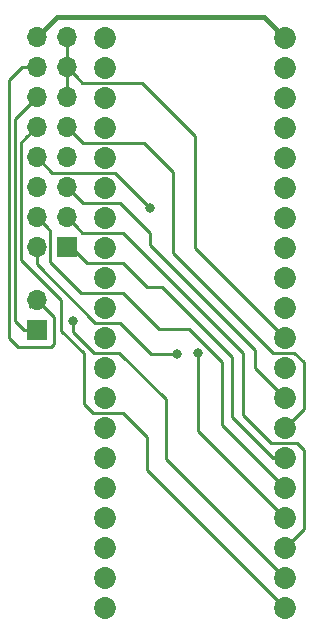
<source format=gbr>
G04 #@! TF.GenerationSoftware,KiCad,Pcbnew,(5.1.4)-1*
G04 #@! TF.CreationDate,2021-01-17T04:38:22+00:00*
G04 #@! TF.ProjectId,atari-pickup,61746172-692d-4706-9963-6b75702e6b69,rev?*
G04 #@! TF.SameCoordinates,Original*
G04 #@! TF.FileFunction,Copper,L1,Top*
G04 #@! TF.FilePolarity,Positive*
%FSLAX46Y46*%
G04 Gerber Fmt 4.6, Leading zero omitted, Abs format (unit mm)*
G04 Created by KiCad (PCBNEW (5.1.4)-1) date 2021-01-17 04:38:22*
%MOMM*%
%LPD*%
G04 APERTURE LIST*
%ADD10C,1.854200*%
%ADD11R,1.700000X1.700000*%
%ADD12O,1.700000X1.700000*%
%ADD13C,0.800000*%
%ADD14C,0.250000*%
%ADD15C,0.400000*%
G04 APERTURE END LIST*
D10*
X149860000Y-55880000D03*
X149860000Y-58420000D03*
X149860000Y-60960000D03*
X149860000Y-63500000D03*
X149860000Y-66040000D03*
X149860000Y-68580000D03*
X149860000Y-71120000D03*
X149860000Y-73660000D03*
X149860000Y-76200000D03*
X149860000Y-78740000D03*
X149860000Y-81280000D03*
X149860000Y-83820000D03*
X149860000Y-86360000D03*
X149860000Y-88900000D03*
X149860000Y-91440000D03*
X149860000Y-93980000D03*
X149860000Y-96520000D03*
X149860000Y-99060000D03*
X149860000Y-101600000D03*
X149860000Y-104140000D03*
X134620000Y-104140000D03*
X134620000Y-101600000D03*
X134620000Y-99060000D03*
X134620000Y-96520000D03*
X134620000Y-93980000D03*
X134620000Y-91440000D03*
X134620000Y-88900000D03*
X134620000Y-86360000D03*
X134620000Y-83820000D03*
X134620000Y-81280000D03*
X134620000Y-76200000D03*
X134620000Y-73660000D03*
X134620000Y-71120000D03*
X134620000Y-68580000D03*
X134620000Y-66040000D03*
X134620000Y-63500000D03*
X134620000Y-60960000D03*
X134620000Y-58420000D03*
X134620000Y-55880000D03*
X134620000Y-78740000D03*
D11*
X131368800Y-73583800D03*
D12*
X128828800Y-73583800D03*
X131368800Y-71043800D03*
X128828800Y-71043800D03*
X131368800Y-68503800D03*
X128828800Y-68503800D03*
X131368800Y-65963800D03*
X128828800Y-65963800D03*
X131368800Y-63423800D03*
X128828800Y-63423800D03*
X131368800Y-60883800D03*
X128828800Y-60883800D03*
X131368800Y-58343800D03*
X128828800Y-58343800D03*
X131368800Y-55803800D03*
X128828800Y-55803800D03*
D11*
X128854200Y-80594200D03*
D12*
X128854200Y-78054200D03*
D13*
X140726160Y-82646520D03*
X131902200Y-79806800D03*
X138430000Y-70251320D03*
X142478760Y-82565240D03*
D14*
X127754200Y-80594200D02*
X128854200Y-80594200D01*
X127000000Y-79840000D02*
X127754200Y-80594200D01*
X128828800Y-60883800D02*
X127000000Y-62712600D01*
X127000000Y-62712600D02*
X127000000Y-79840000D01*
X128270000Y-77470000D02*
X128270000Y-78689200D01*
X130302000Y-79502000D02*
X129704199Y-78904199D01*
X129704199Y-78904199D02*
X128854200Y-78054200D01*
X130302000Y-81788000D02*
X130302000Y-79502000D01*
X128828800Y-58343800D02*
X127626719Y-58343800D01*
X127626719Y-58343800D02*
X126492000Y-59478519D01*
X126492000Y-59478519D02*
X126492000Y-81280000D01*
X126492000Y-81280000D02*
X127254000Y-82042000D01*
X127254000Y-82042000D02*
X130048000Y-82042000D01*
X130048000Y-82042000D02*
X130302000Y-81788000D01*
X131749800Y-73583800D02*
X131368800Y-73583800D01*
X133078101Y-74912101D02*
X131749800Y-73583800D01*
X136126101Y-74912101D02*
X133078101Y-74912101D01*
X148838920Y-91440000D02*
X145387060Y-87988140D01*
X145387060Y-87988140D02*
X145387060Y-82903060D01*
X145387060Y-82903060D02*
X139446000Y-76962000D01*
X149860000Y-91440000D02*
X148838920Y-91440000D01*
X139446000Y-76962000D02*
X138176000Y-76962000D01*
X138176000Y-76962000D02*
X136126101Y-74912101D01*
X140647539Y-82567899D02*
X140726160Y-82646520D01*
X128828800Y-74785881D02*
X128828800Y-73583800D01*
X128828800Y-75018355D02*
X128828800Y-74785881D01*
X133802546Y-79992101D02*
X128828800Y-75018355D01*
X135872101Y-79992101D02*
X133802546Y-79992101D01*
X140726160Y-82646520D02*
X138526520Y-82646520D01*
X138526520Y-82646520D02*
X135872101Y-79992101D01*
X132218799Y-71893799D02*
X131368800Y-71043800D01*
X132697101Y-72372101D02*
X132218799Y-71893799D01*
X136126101Y-72372101D02*
X132697101Y-72372101D01*
X149860000Y-99060000D02*
X151465280Y-97454720D01*
X146304000Y-82550000D02*
X136126101Y-72372101D01*
X151465280Y-90749120D02*
X150904059Y-90187899D01*
X150904059Y-90187899D02*
X148704419Y-90187899D01*
X151465280Y-97454720D02*
X151465280Y-90749120D01*
X148704419Y-90187899D02*
X146304000Y-87787480D01*
X146304000Y-87787480D02*
X146304000Y-82550000D01*
X130003801Y-72218801D02*
X129678799Y-71893799D01*
X130003801Y-74885801D02*
X130003801Y-72218801D01*
X132570101Y-77452101D02*
X130003801Y-74885801D01*
X144526000Y-88646000D02*
X144526000Y-83312000D01*
X129678799Y-71893799D02*
X128828800Y-71043800D01*
X149860000Y-93980000D02*
X144526000Y-88646000D01*
X141718198Y-80504198D02*
X139178198Y-80504198D01*
X144526000Y-83312000D02*
X141718198Y-80504198D01*
X139178198Y-80504198D02*
X136126101Y-77452101D01*
X136126101Y-77452101D02*
X132570101Y-77452101D01*
X132218799Y-69353799D02*
X131368800Y-68503800D01*
X147320000Y-83820000D02*
X147320000Y-82296000D01*
X149860000Y-86360000D02*
X147320000Y-83820000D01*
X147320000Y-82296000D02*
X138430000Y-73406000D01*
X138430000Y-73406000D02*
X138430000Y-72390000D01*
X138430000Y-72390000D02*
X135907899Y-69867899D01*
X132732899Y-69867899D02*
X132218799Y-69353799D01*
X135907899Y-69867899D02*
X132732899Y-69867899D01*
X131902200Y-80736440D02*
X131902200Y-79806800D01*
X133697861Y-82532101D02*
X131902200Y-80736440D01*
X135846701Y-82532101D02*
X133697861Y-82532101D01*
X139750800Y-86436200D02*
X135846701Y-82532101D01*
X149860000Y-101600000D02*
X139750800Y-91490800D01*
X139750800Y-91490800D02*
X139750800Y-86436200D01*
X138030001Y-69851321D02*
X138430000Y-70251320D01*
X135470781Y-67292101D02*
X138030001Y-69851321D01*
X128828800Y-65963800D02*
X130157101Y-67292101D01*
X130157101Y-67292101D02*
X135470781Y-67292101D01*
X142478760Y-83130925D02*
X142478760Y-82565240D01*
X142478760Y-89138760D02*
X142478760Y-83130925D01*
X149860000Y-96520000D02*
X142478760Y-89138760D01*
X132218799Y-64273799D02*
X131368800Y-63423800D01*
X132732899Y-64787899D02*
X132218799Y-64273799D01*
X137939899Y-64787899D02*
X132732899Y-64787899D01*
X140401040Y-67249040D02*
X137939899Y-64787899D01*
X151472900Y-87287100D02*
X151472900Y-83345020D01*
X149860000Y-88900000D02*
X151472900Y-87287100D01*
X151472900Y-83345020D02*
X150659981Y-82532101D01*
X150659981Y-82532101D02*
X148871821Y-82532101D01*
X148871821Y-82532101D02*
X140401040Y-74061320D01*
X140401040Y-74061320D02*
X140401040Y-67249040D01*
X127978801Y-64273799D02*
X128828800Y-63423800D01*
X127508000Y-64744600D02*
X127978801Y-64273799D01*
X130937000Y-78105000D02*
X127508000Y-74676000D01*
X130937000Y-80657700D02*
X130937000Y-78105000D01*
X127508000Y-74676000D02*
X127508000Y-64744600D01*
X132842000Y-82562700D02*
X130937000Y-80657700D01*
X138176000Y-92456000D02*
X138176000Y-89662000D01*
X149860000Y-104140000D02*
X138176000Y-92456000D01*
X138176000Y-89662000D02*
X136126101Y-87612101D01*
X136126101Y-87612101D02*
X133586101Y-87612101D01*
X133586101Y-87612101D02*
X132842000Y-86868000D01*
X132842000Y-86868000D02*
X132842000Y-82562700D01*
X132218799Y-59193799D02*
X131368800Y-58343800D01*
X132697101Y-59672101D02*
X132218799Y-59193799D01*
X137725211Y-59672101D02*
X132697101Y-59672101D01*
X142240000Y-64186890D02*
X137725211Y-59672101D01*
X142240000Y-73660000D02*
X142240000Y-64186890D01*
X149860000Y-81280000D02*
X142240000Y-73660000D01*
X131368800Y-60883800D02*
X131368800Y-55803800D01*
D15*
X148082000Y-54102000D02*
X149860000Y-55880000D01*
X130530600Y-54102000D02*
X128828800Y-55803800D01*
X148082000Y-54102000D02*
X130530600Y-54102000D01*
M02*

</source>
